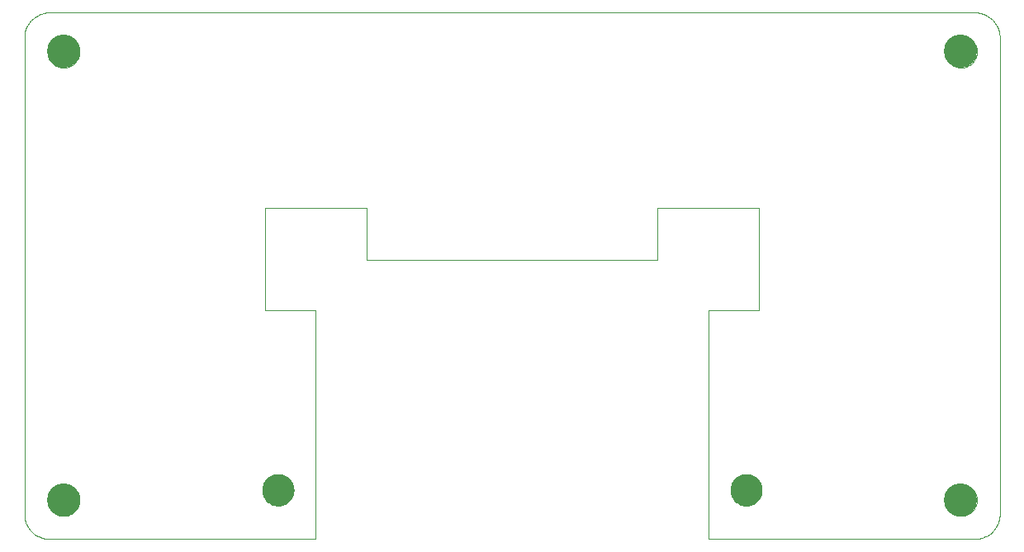
<source format=gts>
G75*
%MOIN*%
%OFA0B0*%
%FSLAX24Y24*%
%IPPOS*%
%LPD*%
%AMOC8*
5,1,8,0,0,1.08239X$1,22.5*
%
%ADD10C,0.0000*%
%ADD11C,0.1300*%
%ADD12C,0.1340*%
D10*
X004622Y004437D02*
X015382Y004437D01*
X015382Y013677D01*
X013342Y013677D01*
X013342Y017817D01*
X017422Y017817D01*
X017422Y015717D01*
X029182Y015717D01*
X029182Y017817D01*
X033262Y017817D01*
X033262Y013677D01*
X031222Y013677D01*
X031222Y004437D01*
X041992Y004437D01*
X042052Y004439D01*
X042113Y004444D01*
X042172Y004453D01*
X042231Y004466D01*
X042290Y004482D01*
X042347Y004502D01*
X042402Y004525D01*
X042457Y004552D01*
X042509Y004581D01*
X042560Y004614D01*
X042609Y004650D01*
X042655Y004688D01*
X042699Y004730D01*
X042741Y004774D01*
X042779Y004820D01*
X042815Y004869D01*
X042848Y004920D01*
X042877Y004972D01*
X042904Y005027D01*
X042927Y005082D01*
X042947Y005139D01*
X042963Y005198D01*
X042976Y005257D01*
X042985Y005316D01*
X042990Y005377D01*
X042992Y005437D01*
X042992Y024696D01*
X042990Y024756D01*
X042985Y024817D01*
X042976Y024876D01*
X042963Y024935D01*
X042947Y024994D01*
X042927Y025051D01*
X042904Y025106D01*
X042877Y025161D01*
X042848Y025213D01*
X042815Y025264D01*
X042779Y025313D01*
X042741Y025359D01*
X042699Y025403D01*
X042655Y025445D01*
X042609Y025483D01*
X042560Y025519D01*
X042509Y025552D01*
X042457Y025581D01*
X042402Y025608D01*
X042347Y025631D01*
X042290Y025651D01*
X042231Y025667D01*
X042172Y025680D01*
X042113Y025689D01*
X042052Y025694D01*
X041992Y025696D01*
X004622Y025696D01*
X004562Y025694D01*
X004501Y025689D01*
X004442Y025680D01*
X004383Y025667D01*
X004324Y025651D01*
X004267Y025631D01*
X004212Y025608D01*
X004157Y025581D01*
X004105Y025552D01*
X004054Y025519D01*
X004005Y025483D01*
X003959Y025445D01*
X003915Y025403D01*
X003873Y025359D01*
X003835Y025313D01*
X003799Y025264D01*
X003766Y025213D01*
X003737Y025161D01*
X003710Y025106D01*
X003687Y025051D01*
X003667Y024994D01*
X003651Y024935D01*
X003638Y024876D01*
X003629Y024817D01*
X003624Y024756D01*
X003622Y024696D01*
X003622Y005437D01*
X003624Y005377D01*
X003629Y005316D01*
X003638Y005257D01*
X003651Y005198D01*
X003667Y005139D01*
X003687Y005082D01*
X003710Y005027D01*
X003737Y004972D01*
X003766Y004920D01*
X003799Y004869D01*
X003835Y004820D01*
X003873Y004774D01*
X003915Y004730D01*
X003959Y004688D01*
X004005Y004650D01*
X004054Y004614D01*
X004105Y004581D01*
X004157Y004552D01*
X004212Y004525D01*
X004267Y004502D01*
X004324Y004482D01*
X004383Y004466D01*
X004442Y004453D01*
X004501Y004444D01*
X004562Y004439D01*
X004622Y004437D01*
X004547Y006011D02*
X004549Y006061D01*
X004555Y006111D01*
X004565Y006161D01*
X004578Y006209D01*
X004595Y006257D01*
X004616Y006303D01*
X004640Y006347D01*
X004668Y006389D01*
X004699Y006429D01*
X004733Y006466D01*
X004770Y006501D01*
X004809Y006532D01*
X004850Y006561D01*
X004894Y006586D01*
X004940Y006608D01*
X004987Y006626D01*
X005035Y006640D01*
X005084Y006651D01*
X005134Y006658D01*
X005184Y006661D01*
X005235Y006660D01*
X005285Y006655D01*
X005335Y006646D01*
X005383Y006634D01*
X005431Y006617D01*
X005477Y006597D01*
X005522Y006574D01*
X005565Y006547D01*
X005605Y006517D01*
X005643Y006484D01*
X005678Y006448D01*
X005711Y006409D01*
X005740Y006368D01*
X005766Y006325D01*
X005789Y006280D01*
X005808Y006233D01*
X005823Y006185D01*
X005835Y006136D01*
X005843Y006086D01*
X005847Y006036D01*
X005847Y005986D01*
X005843Y005936D01*
X005835Y005886D01*
X005823Y005837D01*
X005808Y005789D01*
X005789Y005742D01*
X005766Y005697D01*
X005740Y005654D01*
X005711Y005613D01*
X005678Y005574D01*
X005643Y005538D01*
X005605Y005505D01*
X005565Y005475D01*
X005522Y005448D01*
X005477Y005425D01*
X005431Y005405D01*
X005383Y005388D01*
X005335Y005376D01*
X005285Y005367D01*
X005235Y005362D01*
X005184Y005361D01*
X005134Y005364D01*
X005084Y005371D01*
X005035Y005382D01*
X004987Y005396D01*
X004940Y005414D01*
X004894Y005436D01*
X004850Y005461D01*
X004809Y005490D01*
X004770Y005521D01*
X004733Y005556D01*
X004699Y005593D01*
X004668Y005633D01*
X004640Y005675D01*
X004616Y005719D01*
X004595Y005765D01*
X004578Y005813D01*
X004565Y005861D01*
X004555Y005911D01*
X004549Y005961D01*
X004547Y006011D01*
X013228Y006405D02*
X013230Y006455D01*
X013236Y006505D01*
X013246Y006554D01*
X013260Y006602D01*
X013277Y006649D01*
X013298Y006694D01*
X013323Y006738D01*
X013351Y006779D01*
X013383Y006818D01*
X013417Y006855D01*
X013454Y006889D01*
X013494Y006919D01*
X013536Y006946D01*
X013580Y006970D01*
X013626Y006991D01*
X013673Y007007D01*
X013721Y007020D01*
X013771Y007029D01*
X013820Y007034D01*
X013871Y007035D01*
X013921Y007032D01*
X013970Y007025D01*
X014019Y007014D01*
X014067Y006999D01*
X014113Y006981D01*
X014158Y006959D01*
X014201Y006933D01*
X014242Y006904D01*
X014281Y006872D01*
X014317Y006837D01*
X014349Y006799D01*
X014379Y006759D01*
X014406Y006716D01*
X014429Y006672D01*
X014448Y006626D01*
X014464Y006578D01*
X014476Y006529D01*
X014484Y006480D01*
X014488Y006430D01*
X014488Y006380D01*
X014484Y006330D01*
X014476Y006281D01*
X014464Y006232D01*
X014448Y006184D01*
X014429Y006138D01*
X014406Y006094D01*
X014379Y006051D01*
X014349Y006011D01*
X014317Y005973D01*
X014281Y005938D01*
X014242Y005906D01*
X014201Y005877D01*
X014158Y005851D01*
X014113Y005829D01*
X014067Y005811D01*
X014019Y005796D01*
X013970Y005785D01*
X013921Y005778D01*
X013871Y005775D01*
X013820Y005776D01*
X013771Y005781D01*
X013721Y005790D01*
X013673Y005803D01*
X013626Y005819D01*
X013580Y005840D01*
X013536Y005864D01*
X013494Y005891D01*
X013454Y005921D01*
X013417Y005955D01*
X013383Y005992D01*
X013351Y006031D01*
X013323Y006072D01*
X013298Y006116D01*
X013277Y006161D01*
X013260Y006208D01*
X013246Y006256D01*
X013236Y006305D01*
X013230Y006355D01*
X013228Y006405D01*
X032126Y006405D02*
X032128Y006455D01*
X032134Y006505D01*
X032144Y006554D01*
X032158Y006602D01*
X032175Y006649D01*
X032196Y006694D01*
X032221Y006738D01*
X032249Y006779D01*
X032281Y006818D01*
X032315Y006855D01*
X032352Y006889D01*
X032392Y006919D01*
X032434Y006946D01*
X032478Y006970D01*
X032524Y006991D01*
X032571Y007007D01*
X032619Y007020D01*
X032669Y007029D01*
X032718Y007034D01*
X032769Y007035D01*
X032819Y007032D01*
X032868Y007025D01*
X032917Y007014D01*
X032965Y006999D01*
X033011Y006981D01*
X033056Y006959D01*
X033099Y006933D01*
X033140Y006904D01*
X033179Y006872D01*
X033215Y006837D01*
X033247Y006799D01*
X033277Y006759D01*
X033304Y006716D01*
X033327Y006672D01*
X033346Y006626D01*
X033362Y006578D01*
X033374Y006529D01*
X033382Y006480D01*
X033386Y006430D01*
X033386Y006380D01*
X033382Y006330D01*
X033374Y006281D01*
X033362Y006232D01*
X033346Y006184D01*
X033327Y006138D01*
X033304Y006094D01*
X033277Y006051D01*
X033247Y006011D01*
X033215Y005973D01*
X033179Y005938D01*
X033140Y005906D01*
X033099Y005877D01*
X033056Y005851D01*
X033011Y005829D01*
X032965Y005811D01*
X032917Y005796D01*
X032868Y005785D01*
X032819Y005778D01*
X032769Y005775D01*
X032718Y005776D01*
X032669Y005781D01*
X032619Y005790D01*
X032571Y005803D01*
X032524Y005819D01*
X032478Y005840D01*
X032434Y005864D01*
X032392Y005891D01*
X032352Y005921D01*
X032315Y005955D01*
X032281Y005992D01*
X032249Y006031D01*
X032221Y006072D01*
X032196Y006116D01*
X032175Y006161D01*
X032158Y006208D01*
X032144Y006256D01*
X032134Y006305D01*
X032128Y006355D01*
X032126Y006405D01*
X040767Y006011D02*
X040769Y006061D01*
X040775Y006111D01*
X040785Y006161D01*
X040798Y006209D01*
X040815Y006257D01*
X040836Y006303D01*
X040860Y006347D01*
X040888Y006389D01*
X040919Y006429D01*
X040953Y006466D01*
X040990Y006501D01*
X041029Y006532D01*
X041070Y006561D01*
X041114Y006586D01*
X041160Y006608D01*
X041207Y006626D01*
X041255Y006640D01*
X041304Y006651D01*
X041354Y006658D01*
X041404Y006661D01*
X041455Y006660D01*
X041505Y006655D01*
X041555Y006646D01*
X041603Y006634D01*
X041651Y006617D01*
X041697Y006597D01*
X041742Y006574D01*
X041785Y006547D01*
X041825Y006517D01*
X041863Y006484D01*
X041898Y006448D01*
X041931Y006409D01*
X041960Y006368D01*
X041986Y006325D01*
X042009Y006280D01*
X042028Y006233D01*
X042043Y006185D01*
X042055Y006136D01*
X042063Y006086D01*
X042067Y006036D01*
X042067Y005986D01*
X042063Y005936D01*
X042055Y005886D01*
X042043Y005837D01*
X042028Y005789D01*
X042009Y005742D01*
X041986Y005697D01*
X041960Y005654D01*
X041931Y005613D01*
X041898Y005574D01*
X041863Y005538D01*
X041825Y005505D01*
X041785Y005475D01*
X041742Y005448D01*
X041697Y005425D01*
X041651Y005405D01*
X041603Y005388D01*
X041555Y005376D01*
X041505Y005367D01*
X041455Y005362D01*
X041404Y005361D01*
X041354Y005364D01*
X041304Y005371D01*
X041255Y005382D01*
X041207Y005396D01*
X041160Y005414D01*
X041114Y005436D01*
X041070Y005461D01*
X041029Y005490D01*
X040990Y005521D01*
X040953Y005556D01*
X040919Y005593D01*
X040888Y005633D01*
X040860Y005675D01*
X040836Y005719D01*
X040815Y005765D01*
X040798Y005813D01*
X040785Y005861D01*
X040775Y005911D01*
X040769Y005961D01*
X040767Y006011D01*
X040767Y024122D02*
X040769Y024172D01*
X040775Y024222D01*
X040785Y024272D01*
X040798Y024320D01*
X040815Y024368D01*
X040836Y024414D01*
X040860Y024458D01*
X040888Y024500D01*
X040919Y024540D01*
X040953Y024577D01*
X040990Y024612D01*
X041029Y024643D01*
X041070Y024672D01*
X041114Y024697D01*
X041160Y024719D01*
X041207Y024737D01*
X041255Y024751D01*
X041304Y024762D01*
X041354Y024769D01*
X041404Y024772D01*
X041455Y024771D01*
X041505Y024766D01*
X041555Y024757D01*
X041603Y024745D01*
X041651Y024728D01*
X041697Y024708D01*
X041742Y024685D01*
X041785Y024658D01*
X041825Y024628D01*
X041863Y024595D01*
X041898Y024559D01*
X041931Y024520D01*
X041960Y024479D01*
X041986Y024436D01*
X042009Y024391D01*
X042028Y024344D01*
X042043Y024296D01*
X042055Y024247D01*
X042063Y024197D01*
X042067Y024147D01*
X042067Y024097D01*
X042063Y024047D01*
X042055Y023997D01*
X042043Y023948D01*
X042028Y023900D01*
X042009Y023853D01*
X041986Y023808D01*
X041960Y023765D01*
X041931Y023724D01*
X041898Y023685D01*
X041863Y023649D01*
X041825Y023616D01*
X041785Y023586D01*
X041742Y023559D01*
X041697Y023536D01*
X041651Y023516D01*
X041603Y023499D01*
X041555Y023487D01*
X041505Y023478D01*
X041455Y023473D01*
X041404Y023472D01*
X041354Y023475D01*
X041304Y023482D01*
X041255Y023493D01*
X041207Y023507D01*
X041160Y023525D01*
X041114Y023547D01*
X041070Y023572D01*
X041029Y023601D01*
X040990Y023632D01*
X040953Y023667D01*
X040919Y023704D01*
X040888Y023744D01*
X040860Y023786D01*
X040836Y023830D01*
X040815Y023876D01*
X040798Y023924D01*
X040785Y023972D01*
X040775Y024022D01*
X040769Y024072D01*
X040767Y024122D01*
X004547Y024122D02*
X004549Y024172D01*
X004555Y024222D01*
X004565Y024272D01*
X004578Y024320D01*
X004595Y024368D01*
X004616Y024414D01*
X004640Y024458D01*
X004668Y024500D01*
X004699Y024540D01*
X004733Y024577D01*
X004770Y024612D01*
X004809Y024643D01*
X004850Y024672D01*
X004894Y024697D01*
X004940Y024719D01*
X004987Y024737D01*
X005035Y024751D01*
X005084Y024762D01*
X005134Y024769D01*
X005184Y024772D01*
X005235Y024771D01*
X005285Y024766D01*
X005335Y024757D01*
X005383Y024745D01*
X005431Y024728D01*
X005477Y024708D01*
X005522Y024685D01*
X005565Y024658D01*
X005605Y024628D01*
X005643Y024595D01*
X005678Y024559D01*
X005711Y024520D01*
X005740Y024479D01*
X005766Y024436D01*
X005789Y024391D01*
X005808Y024344D01*
X005823Y024296D01*
X005835Y024247D01*
X005843Y024197D01*
X005847Y024147D01*
X005847Y024097D01*
X005843Y024047D01*
X005835Y023997D01*
X005823Y023948D01*
X005808Y023900D01*
X005789Y023853D01*
X005766Y023808D01*
X005740Y023765D01*
X005711Y023724D01*
X005678Y023685D01*
X005643Y023649D01*
X005605Y023616D01*
X005565Y023586D01*
X005522Y023559D01*
X005477Y023536D01*
X005431Y023516D01*
X005383Y023499D01*
X005335Y023487D01*
X005285Y023478D01*
X005235Y023473D01*
X005184Y023472D01*
X005134Y023475D01*
X005084Y023482D01*
X005035Y023493D01*
X004987Y023507D01*
X004940Y023525D01*
X004894Y023547D01*
X004850Y023572D01*
X004809Y023601D01*
X004770Y023632D01*
X004733Y023667D01*
X004699Y023704D01*
X004668Y023744D01*
X004640Y023786D01*
X004616Y023830D01*
X004595Y023876D01*
X004578Y023924D01*
X004565Y023972D01*
X004555Y024022D01*
X004549Y024072D01*
X004547Y024122D01*
D11*
X013858Y006405D03*
X032756Y006405D03*
D12*
X041417Y006011D03*
X041417Y024122D03*
X005197Y024122D03*
X005197Y006011D03*
M02*

</source>
